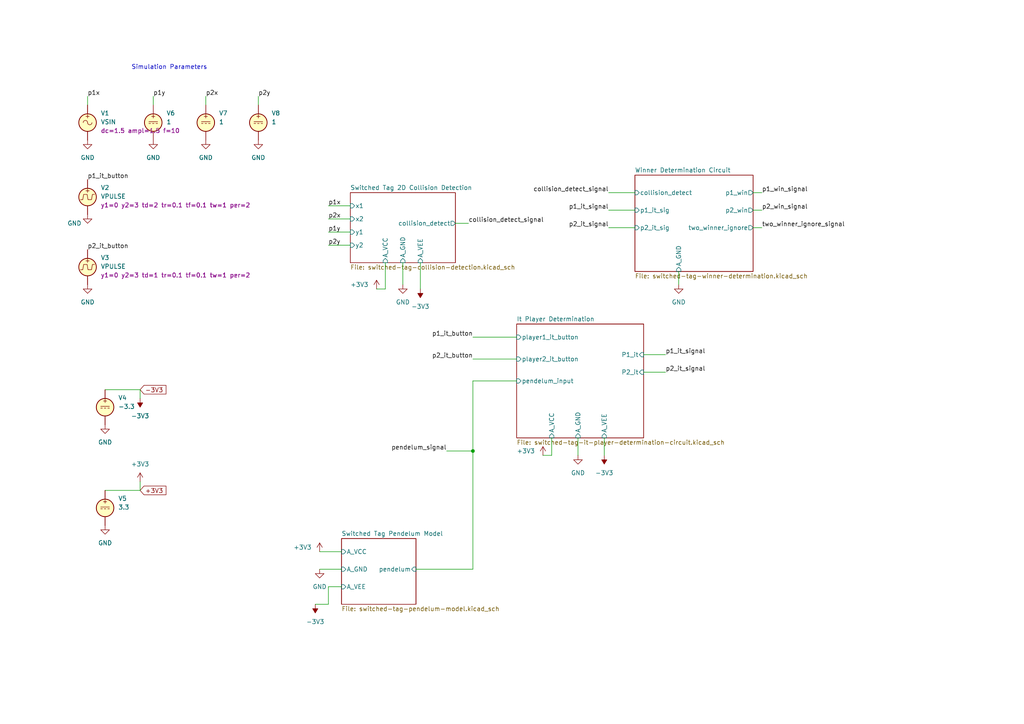
<source format=kicad_sch>
(kicad_sch (version 20211123) (generator eeschema)
  (paper "A4")
  (lib_symbols
    (symbol "Simulation_SPICE:VDC" (pin_numbers hide) (pin_names (offset 0.0254))
      (property "Reference" "V" (at 2.54 2.54 0))
      (property "Value" "VDC" (at 2.54 0 0))
      (property "Spice_Model" "dc(1)" (at 2.54 -2.54 0))
      (symbol "VDC_0_0"
        (polyline (pts (xy -1.27 0.254) (xy 1.27 0.254)))
        (polyline (pts (xy -0.762 -0.254) (xy -1.27 -0.254)))
        (polyline (pts (xy 0.254 -0.254) (xy -0.254 -0.254)))
        (polyline (pts (xy 1.27 -0.254) (xy 0.762 -0.254)))
        (text "+" (at 0 1.905 0) (effects (font (size 1.27 1.27))))
      )
      (symbol "VDC_0_1"
        (circle (center 0 0) (radius 2.54) (stroke (width 0.254)) (fill (type background)))
      )
      (symbol "VDC_1_1"
        (pin passive line (at 0 5.08 270) (length 2.54) (name "~") (number "1"))
        (pin passive line (at 0 -5.08 90) (length 2.54) (name "~") (number "2"))
      )
    )
    (symbol "Simulation_SPICE:VPULSE" (pin_numbers hide) (pin_names (offset 0.0254))
      (property "Reference" "V" (at 2.54 2.54 0))
      (property "Value" "VPULSE" (at 2.54 0 0))
      (property "Spice_Model" "pulse(0 1 2n 2n 2n 50n 100n)" (at 2.54 -2.54 0))
      (symbol "VPULSE_0_0"
        (polyline (pts (xy -2.032 -0.762) (xy -1.397 -0.762) (xy -1.143 0.762) (xy -0.127 0.762) (xy 0.127 -0.762) (xy 1.143 -0.762) (xy 1.397 0.762) (xy 2.032 0.762)))
        (text "+" (at 0 1.905 0) (effects (font (size 1.27 1.27))))
      )
      (symbol "VPULSE_0_1"
        (circle (center 0 0) (radius 2.54) (stroke (width 0.254)) (fill (type background)))
      )
      (symbol "VPULSE_1_1"
        (pin passive line (at 0 5.08 270) (length 2.54) (name "~") (number "1"))
        (pin passive line (at 0 -5.08 90) (length 2.54) (name "~") (number "2"))
      )
    )
    (symbol "Simulation_SPICE:VSIN" (pin_numbers hide) (pin_names (offset 0.0254))
      (property "Reference" "V" (at 2.54 2.54 0))
      (property "Value" "VSIN" (at 2.54 0 0))
      (property "Spice_Model" "sin(0 1 1k)" (at 2.54 -2.54 0))
      (symbol "VSIN_0_0"
        (arc (start 0 0) (mid -0.635 0.635) (end -1.27 0))
        (arc (start 0 0) (mid 0.635 -0.635) (end 1.27 0))
        (text "+" (at 0 1.905 0) (effects (font (size 1.27 1.27))))
      )
      (symbol "VSIN_0_1"
        (circle (center 0 0) (radius 2.54) (stroke (width 0.254)) (fill (type background)))
      )
      (symbol "VSIN_1_1"
        (pin passive line (at 0 5.08 270) (length 2.54) (name "~") (number "1"))
        (pin passive line (at 0 -5.08 90) (length 2.54) (name "~") (number "2"))
      )
    )
    (symbol "power:+3V3" (power) (pin_names (offset 0))
      (property "Value" "+3V3" (at 0 3.556 0))
      (symbol "+3V3_0_1"
        (polyline (pts (xy -0.762 1.27) (xy 0 2.54)))
        (polyline (pts (xy 0 0) (xy 0 2.54)))
        (polyline (pts (xy 0 2.54) (xy 0.762 1.27)))
      )
      (symbol "+3V3_1_1"
        (pin power_in line (at 0 0 90) (length 0) hide (name "+3V3") (number "1"))
      )
    )
    (symbol "power:-3V3" (power) (pin_names (offset 0))
      (property "Value" "-3V3" (at 0 3.81 0))
      (symbol "-3V3_0_0"
        (pin power_in line (at 0 0 90) (length 0) hide (name "-3V3") (number "1"))
      )
      (symbol "-3V3_0_1"
        (polyline (pts (xy 0 0) (xy 0 1.27) (xy 0.762 1.27) (xy 0 2.54) (xy -0.762 1.27) (xy 0 1.27)) (fill (type outline)))
      )
    )
    (symbol "power:GND" (power) (pin_names (offset 0))
      (property "Value" "GND" (at 0 -3.81 0))
      (symbol "GND_0_1"
        (polyline (pts (xy 0 0) (xy 0 -1.27) (xy 1.27 -1.27) (xy 0 -2.54) (xy -1.27 -1.27) (xy 0 -1.27)))
      )
      (symbol "GND_1_1"
        (pin power_in line (at 0 0 270) (length 0) hide (name "GND") (number "1"))
      )
    )
  )
  (junction (at 137.16 130.81))
  (wire (pts (xy 92.71 165.1) (xy 99.06 165.1)))
  (wire (pts (xy 176.53 55.88) (xy 184.15 55.88)))
  (wire (pts (xy 218.44 60.96) (xy 220.98 60.96)))
  (wire (pts (xy 95.25 59.69) (xy 101.6 59.69)))
  (wire (pts (xy 218.44 55.88) (xy 220.98 55.88)))
  (wire (pts (xy 95.25 63.5) (xy 101.6 63.5)))
  (wire (pts (xy 129.54 130.81) (xy 137.16 130.81)))
  (wire (pts (xy 25.4 27.94) (xy 25.4 30.48)))
  (wire (pts (xy 95.25 175.26) (xy 91.44 175.26)))
  (wire (pts (xy 137.16 130.81) (xy 137.16 165.1)))
  (wire (pts (xy 176.53 66.04) (xy 184.15 66.04)))
  (wire (pts (xy 132.08 64.77) (xy 135.89 64.77)))
  (wire (pts (xy 109.22 83.82) (xy 111.76 83.82)))
  (wire (pts (xy 137.16 110.49) (xy 137.16 130.81)))
  (wire (pts (xy 186.69 107.95) (xy 193.04 107.95)))
  (wire (pts (xy 175.26 127) (xy 175.26 132.08)))
  (wire (pts (xy 99.06 170.18) (xy 95.25 170.18)))
  (wire (pts (xy 196.85 78.74) (xy 196.85 82.55)))
  (wire (pts (xy 218.44 66.04) (xy 220.98 66.04)))
  (wire (pts (xy 186.69 102.87) (xy 193.04 102.87)))
  (wire (pts (xy 74.93 27.94) (xy 74.93 30.48)))
  (wire (pts (xy 59.69 27.94) (xy 59.69 30.48)))
  (wire (pts (xy 167.64 127) (xy 167.64 132.08)))
  (wire (pts (xy 30.48 113.03) (xy 40.64 113.03)))
  (wire (pts (xy 92.71 160.02) (xy 99.06 160.02)))
  (wire (pts (xy 40.64 115.57) (xy 40.64 113.03)))
  (wire (pts (xy 137.16 97.79) (xy 149.86 97.79)))
  (wire (pts (xy 40.64 139.7) (xy 40.64 142.24)))
  (wire (pts (xy 121.92 76.2) (xy 121.92 83.82)))
  (wire (pts (xy 120.65 165.1) (xy 137.16 165.1)))
  (wire (pts (xy 137.16 110.49) (xy 149.86 110.49)))
  (wire (pts (xy 137.16 104.14) (xy 149.86 104.14)))
  (wire (pts (xy 157.48 132.08) (xy 160.02 132.08)))
  (wire (pts (xy 116.84 76.2) (xy 116.84 82.55)))
  (wire (pts (xy 111.76 83.82) (xy 111.76 76.2)))
  (wire (pts (xy 44.45 27.94) (xy 44.45 30.48)))
  (wire (pts (xy 160.02 132.08) (xy 160.02 127)))
  (wire (pts (xy 95.25 67.31) (xy 101.6 67.31)))
  (wire (pts (xy 95.25 71.12) (xy 101.6 71.12)))
  (wire (pts (xy 30.48 142.24) (xy 40.64 142.24)))
  (wire (pts (xy 176.53 60.96) (xy 184.15 60.96)))
  (wire (pts (xy 95.25 170.18) (xy 95.25 175.26)))
  (text "Simulation Parameters" (at 38.1 20.32 0) (effects (font (size 1.27 1.27)) (justify left bottom)))
  (label "p1x" (at 95.25 59.69 0))
  (label "collision_detect_signal" (at 176.53 55.88 180))
  (label "p2x" (at 95.25 63.5 0))
  (label "p2_it_signal" (at 176.53 66.04 180))
  (label "p2y" (at 95.25 71.12 0))
  (label "p1y" (at 95.25 67.31 0))
  (label "collision_detect_signal" (at 135.89 64.77 0))
  (label "p1y" (at 44.45 27.94 0))
  (label "p2x" (at 59.69 27.94 0))
  (label "p1_it_button" (at 25.4 52.07 0))
  (label "pendelum_signal" (at 129.54 130.81 180))
  (label "p2_it_button" (at 137.16 104.14 180))
  (label "p1_win_signal" (at 220.98 55.88 0))
  (label "p2_it_button" (at 25.4 72.39 0))
  (label "two_winner_ignore_signal" (at 220.98 66.04 0))
  (label "p2_win_signal" (at 220.98 60.96 0))
  (label "p2y" (at 74.93 27.94 0))
  (label "p1_it_signal" (at 176.53 60.96 180))
  (label "p1_it_signal" (at 193.04 102.87 0))
  (label "p2_it_signal" (at 193.04 107.95 0))
  (label "p1_it_button" (at 137.16 97.79 180))
  (label "p1x" (at 25.4 27.94 0))
  (global_label "+3V3" (shape input) (at 40.64 142.24 0) (property "Intersheet References" "${INTERSHEET_REFS}" (effects hide)))
  (global_label "-3V3" (shape input) (at 40.64 113.03 0) (property "Intersheet References" "${INTERSHEET_REFS}" (effects hide)))
  (symbol (lib_id "power:GND") (at 25.4 40.64 0) (unit 1)
    (property "Reference" "#PWR01" (effects hide))
    (property "Value" "GND" (at 25.4 45.72 0))
  )
  (symbol (lib_id "power:GND") (at 167.64 132.08 0) (unit 1)
    (property "Reference" "#PWR018" (effects hide))
    (property "Value" "GND" (at 167.64 137.16 0))
  )
  (symbol (lib_id "power:GND") (at 30.48 152.4 0) (unit 1)
    (property "Reference" "#PWR05" (effects hide))
    (property "Value" "GND" (at 30.48 157.48 0))
  )
  (symbol (lib_id "power:+3V3") (at 40.64 139.7 0) (unit 1)
    (property "Reference" "#PWR07" (effects hide))
    (property "Value" "+3V3" (at 40.64 134.62 0))
  )
  (symbol (lib_id "Simulation_SPICE:VPULSE") (at 25.4 77.47 0) (unit 1)
    (property "Reference" "V3" (at 29.21 74.7401 0) (effects (justify left)))
    (property "Value" "VPULSE" (at 29.21 77.2801 0) (effects (justify left)))
    (property "Spice_Netlist_Enabled" "Y" (effects hide))
    (property "Spice_Primitive" "V" (effects hide))
    (property "Spice_Model" "pulse(0 3 1 0.1 0.1 1 2)" (at 29.21 79.8201 0) (effects (justify left)))
  )
  (symbol (lib_id "power:GND") (at 25.4 62.23 0) (unit 1)
    (property "Reference" "#PWR02" (effects hide))
    (property "Value" "GND" (at 21.59 64.77 0))
  )
  (symbol (lib_id "power:-3V3") (at 40.64 115.57 180) (unit 1)
    (property "Reference" "#PWR06" (effects hide))
    (property "Value" "-3V3" (at 40.64 120.65 0))
  )
  (symbol (lib_id "power:GND") (at 196.85 82.55 0) (unit 1)
    (property "Reference" "#PWR020" (effects hide))
    (property "Value" "GND" (at 196.85 87.63 0))
  )
  (symbol (lib_id "Simulation_SPICE:VDC") (at 59.69 35.56 0) (unit 1)
    (property "Reference" "V7" (at 63.5 32.8301 0) (effects (justify left)))
    (property "Value" "VDC" (at 63.5 35.3701 0) (effects (justify left)))
    (property "Spice_Netlist_Enabled" "Y" (effects hide))
    (property "Spice_Primitive" "V" (effects hide))
    (property "Spice_Model" "dc(1)" (at 63.5 37.9101 0) (effects (justify left)))
  )
  (symbol (lib_id "Simulation_SPICE:VDC") (at 30.48 147.32 0) (unit 1)
    (property "Reference" "V5" (at 34.29 144.5901 0) (effects (justify left)))
    (property "Value" "VDC" (at 34.29 147.1301 0) (effects (justify left)))
    (property "Spice_Netlist_Enabled" "Y" (effects hide))
    (property "Spice_Primitive" "V" (effects hide))
    (property "Spice_Model" "dc(3.3)" (at 34.29 149.6701 0) (effects (justify left)))
  )
  (symbol (lib_id "power:GND") (at 116.84 82.55 0) (unit 1)
    (property "Reference" "#PWR015" (effects hide))
    (property "Value" "GND" (at 116.84 87.63 0))
  )
  (symbol (lib_id "Simulation_SPICE:VDC") (at 44.45 35.56 0) (unit 1)
    (property "Reference" "V6" (at 48.26 32.8301 0) (effects (justify left)))
    (property "Value" "VDC" (at 48.26 35.3701 0) (effects (justify left)))
    (property "Spice_Netlist_Enabled" "Y" (effects hide))
    (property "Spice_Primitive" "V" (effects hide))
    (property "Spice_Model" "dc(1)" (at 48.26 37.9101 0) (effects (justify left)))
  )
  (symbol (lib_id "power:GND") (at 59.69 40.64 0) (unit 1)
    (property "Reference" "#PWR09" (effects hide))
    (property "Value" "GND" (at 59.69 45.72 0))
  )
  (symbol (lib_id "power:GND") (at 25.4 82.55 0) (unit 1)
    (property "Reference" "#PWR03" (effects hide))
    (property "Value" "GND" (at 25.4 87.63 0))
  )
  (symbol (lib_id "power:GND") (at 44.45 40.64 0) (unit 1)
    (property "Reference" "#PWR08" (effects hide))
    (property "Value" "GND" (at 44.45 45.72 0))
  )
  (symbol (lib_id "power:-3V3") (at 121.92 83.82 180) (unit 1)
    (property "Reference" "#PWR016" (effects hide))
    (property "Value" "-3V3" (at 121.92 88.9 0))
  )
  (symbol (lib_id "power:GND") (at 74.93 40.64 0) (unit 1)
    (property "Reference" "#PWR010" (effects hide))
    (property "Value" "GND" (at 74.93 45.72 0))
  )
  (symbol (lib_id "power:+3V3") (at 92.71 160.02 0) (unit 1)
    (property "Reference" "#PWR012" (effects hide))
    (property "Value" "+3V3" (at 85.09 158.75 0) (effects (justify left)))
  )
  (symbol (lib_id "Simulation_SPICE:VDC") (at 30.48 118.11 0) (unit 1)
    (property "Reference" "V4" (at 34.29 115.3801 0) (effects (justify left)))
    (property "Value" "VDC" (at 34.29 117.9201 0) (effects (justify left)))
    (property "Spice_Netlist_Enabled" "Y" (effects hide))
    (property "Spice_Primitive" "V" (effects hide))
    (property "Spice_Model" "dc(-3.3)" (at 34.29 120.4601 0) (effects (justify left)))
  )
  (symbol (lib_id "Simulation_SPICE:VDC") (at 74.93 35.56 0) (unit 1)
    (property "Reference" "V8" (at 78.74 32.8301 0) (effects (justify left)))
    (property "Value" "VDC" (at 78.74 35.3701 0) (effects (justify left)))
    (property "Spice_Netlist_Enabled" "Y" (effects hide))
    (property "Spice_Primitive" "V" (effects hide))
    (property "Spice_Model" "dc(1)" (at 78.74 37.9101 0) (effects (justify left)))
  )
  (symbol (lib_id "power:-3V3") (at 91.44 175.26 180) (unit 1)
    (property "Reference" "#PWR011" (effects hide))
    (property "Value" "-3V3" (at 91.44 180.34 0))
  )
  (symbol (lib_id "power:+3V3") (at 109.22 83.82 0) (unit 1)
    (property "Reference" "#PWR014" (effects hide))
    (property "Value" "+3V3" (at 101.6 82.55 0) (effects (justify left)))
  )
  (symbol (lib_id "Simulation_SPICE:VPULSE") (at 25.4 57.15 0) (unit 1)
    (property "Reference" "V2" (at 29.21 54.4201 0) (effects (justify left)))
    (property "Value" "VPULSE" (at 29.21 56.9601 0) (effects (justify left)))
    (property "Spice_Netlist_Enabled" "Y" (effects hide))
    (property "Spice_Primitive" "V" (effects hide))
    (property "Spice_Model" "pulse(0 3 2 0.1 0.1 1 2)" (at 29.21 59.5001 0) (effects (justify left)))
  )
  (symbol (lib_id "power:-3V3") (at 175.26 132.08 180) (unit 1)
    (property "Reference" "#PWR019" (effects hide))
    (property "Value" "-3V3" (at 175.26 137.16 0))
  )
  (symbol (lib_id "Simulation_SPICE:VSIN") (at 25.4 35.56 0) (unit 1)
    (property "Reference" "V1" (at 29.21 32.8301 0) (effects (justify left)))
    (property "Value" "VSIN" (at 29.21 35.3701 0) (effects (justify left)))
    (property "Spice_Netlist_Enabled" "Y" (effects hide))
    (property "Spice_Primitive" "V" (effects hide))
    (property "Spice_Model" "sin(1.5 1.5 10)" (at 29.21 37.9101 0) (effects (justify left)))
  )
  (symbol (lib_id "power:GND") (at 30.48 123.19 0) (unit 1)
    (property "Reference" "#PWR04" (effects hide))
    (property "Value" "GND" (at 30.48 128.27 0))
  )
  (symbol (lib_id "power:+3V3") (at 157.48 132.08 0) (unit 1)
    (property "Reference" "#PWR017" (effects hide))
    (property "Value" "+3V3" (at 149.86 130.81 0) (effects (justify left)))
  )
  (symbol (lib_id "power:GND") (at 92.71 165.1 0) (unit 1)
    (property "Reference" "#PWR013" (effects hide))
    (property "Value" "GND" (at 92.71 170.18 0))
  )
  (sheet (at 184.15 50.8) (size 34.29 27.94) (stroke (width 0.1524))
    (property "Sheet name" "Winner Determination Circuit" (at 184.15 50.0884 0) (effects (justify left bottom)))
    (property "Sheet file" "switched-tag-winner-determination.kicad_sch" (at 184.15 79.3246 0) (effects (justify left top)))
    (pin "collision_detect" input (at 184.15 55.88 180))
    (pin "p1_it_sig" input (at 184.15 60.96 180))
    (pin "p2_it_sig" input (at 184.15 66.04 180))
    (pin "p1_win" output (at 218.44 55.88 0))
    (pin "p2_win" output (at 218.44 60.96 0))
    (pin "two_winner_ignore" output (at 218.44 66.04 0))
    (pin "A_GND" input (at 196.85 78.74 270))
  )
  (sheet (at 99.06 156.21) (size 21.59 19.05) (stroke (width 0.1524))
    (property "Sheet name" "Switched Tag Pendelum Model" (at 99.06 155.4984 0) (effects (justify left bottom)))
    (property "Sheet file" "switched-tag-pendelum-model.kicad_sch" (at 99.06 175.8446 0) (effects (justify left top)))
    (pin "A_GND" input (at 99.06 165.1 180))
    (pin "A_VCC" input (at 99.06 160.02 180))
    (pin "A_VEE" input (at 99.06 170.18 180))
    (pin "pendelum" input (at 120.65 165.1 0))
  )
  (sheet (at 101.6 55.88) (size 30.48 20.32) (stroke (width 0.1524))
    (property "Sheet name" "Switched Tag 2D Collision Detection" (at 101.6 55.1684 0) (effects (justify left bottom)))
    (property "Sheet file" "switched-tag-collision-detection.kicad_sch" (at 101.6 76.7846 0) (effects (justify left top)))
    (pin "y2" input (at 101.6 71.12 180))
    (pin "y1" input (at 101.6 67.31 180))
    (pin "x2" input (at 101.6 63.5 180))
    (pin "x1" input (at 101.6 59.69 180))
    (pin "collision_detect" output (at 132.08 64.77 0))
    (pin "A_VCC" input (at 111.76 76.2 270))
    (pin "A_GND" input (at 116.84 76.2 270))
    (pin "A_VEE" input (at 121.92 76.2 270))
  )
  (sheet (at 149.86 93.98) (size 36.83 33.02) (stroke (width 0.1524))
    (property "Sheet name" "It Player Determination " (at 149.86 93.2684 0) (effects (justify left bottom)))
    (property "Sheet file" "switched-tag-it-player-determination-circuit.kicad_sch" (at 149.86 127.5846 0) (effects (justify left top)))
    (pin "player1_it_button" input (at 149.86 97.79 180))
    (pin "player2_it_button" input (at 149.86 104.14 180))
    (pin "pendelum_input" input (at 149.86 110.49 180))
    (pin "P2_it" input (at 186.69 107.95 0))
    (pin "P1_it" input (at 186.69 102.87 0))
    (pin "A_VCC" input (at 160.02 127 270))
    (pin "A_GND" input (at 167.64 127 270))
    (pin "A_VEE" input (at 175.26 127 270))
  )
)
</source>
